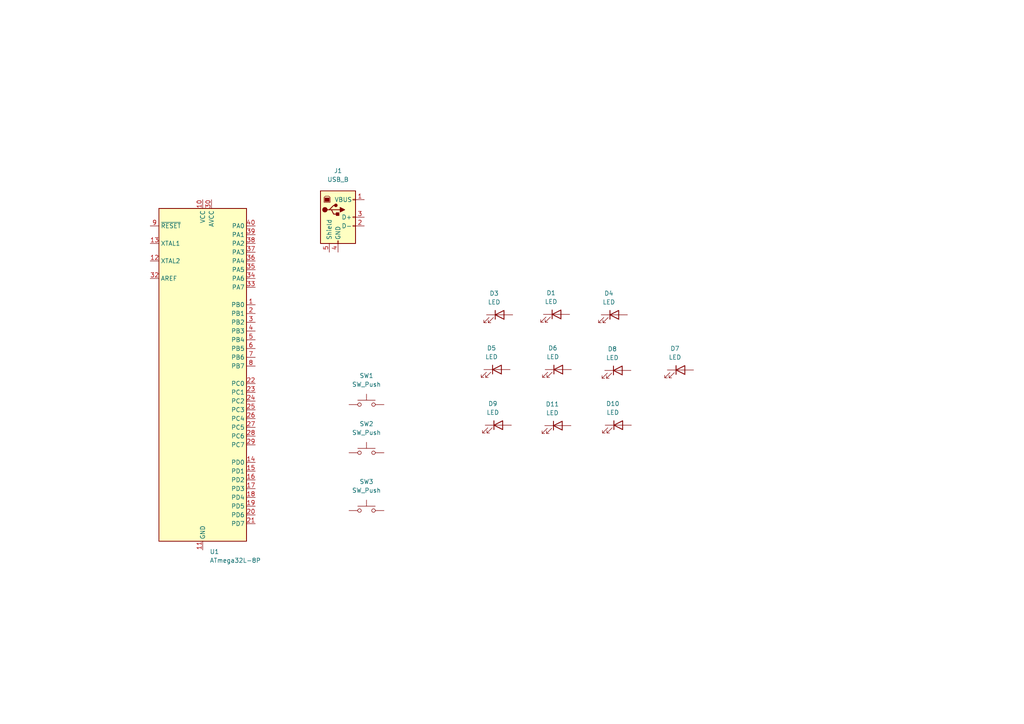
<source format=kicad_sch>
(kicad_sch (version 20211123) (generator eeschema)
  (paper "A4")
  (lib_symbols
    (symbol "Connector:USB_B" (pin_names (offset 1.016))
      (property "Reference" "J" (at -5.08 11.43 0))
      (property "Value" "USB_B" (at -5.08 8.89 0))
      (symbol "USB_B_0_1"
        (rectangle (start -5.08 -7.62) (end 5.08 7.62) (stroke (width 0.254)) (fill (type background)))
        (circle (center -3.81 2.159) (radius 0.635) (stroke (width 0.254)) (fill (type outline)))
        (rectangle (start -3.81 5.588) (end -2.54 4.572) (fill (type outline)))
        (circle (center -0.635 3.429) (radius 0.381) (stroke (width 0.254)) (fill (type outline)))
        (rectangle (start -0.127 -7.62) (end 0.127 -6.858))
        (polyline (pts (xy -1.905 2.159) (xy 0.635 2.159)) (stroke (width 0.254)))
        (polyline (pts (xy -3.175 2.159) (xy -2.54 2.159) (xy -1.27 3.429) (xy -0.635 3.429)) (stroke (width 0.254)))
        (polyline (pts (xy -2.54 2.159) (xy -1.905 2.159) (xy -1.27 0.889) (xy 0 0.889)) (stroke (width 0.254)))
        (polyline (pts (xy 0.635 2.794) (xy 0.635 1.524) (xy 1.905 2.159) (xy 0.635 2.794)) (stroke (width 0.254)) (fill (type outline)))
        (polyline (pts (xy -4.064 4.318) (xy -2.286 4.318) (xy -2.286 5.715) (xy -2.667 6.096) (xy -3.683 6.096) (xy -4.064 5.715) (xy -4.064 4.318)))
        (rectangle (start 0.254 1.27) (end -0.508 0.508) (stroke (width 0.254)) (fill (type outline)))
        (rectangle (start 5.08 -2.667) (end 4.318 -2.413))
        (rectangle (start 5.08 -0.127) (end 4.318 0.127))
        (rectangle (start 5.08 4.953) (end 4.318 5.207))
      )
      (symbol "USB_B_1_1"
        (pin power_out line (at 7.62 5.08 180) (length 2.54) (name "VBUS") (number "1"))
        (pin bidirectional line (at 7.62 -2.54 180) (length 2.54) (name "D-") (number "2"))
        (pin bidirectional line (at 7.62 0 180) (length 2.54) (name "D+") (number "3"))
        (pin power_out line (at 0 -10.16 90) (length 2.54) (name "GND") (number "4"))
        (pin passive line (at -2.54 -10.16 90) (length 2.54) (name "Shield") (number "5"))
      )
    )
    (symbol "Device:LED" (pin_numbers hide) (pin_names (offset 1.016) hide)
      (property "Reference" "D" (at 0 2.54 0))
      (property "Value" "LED" (at 0 -2.54 0))
      (symbol "LED_0_1"
        (polyline (pts (xy -1.27 -1.27) (xy -1.27 1.27)) (stroke (width 0.254)))
        (polyline (pts (xy -1.27 0) (xy 1.27 0)))
        (polyline (pts (xy 1.27 -1.27) (xy 1.27 1.27) (xy -1.27 0) (xy 1.27 -1.27)) (stroke (width 0.254)))
        (polyline (pts (xy -3.048 -0.762) (xy -4.572 -2.286) (xy -3.81 -2.286) (xy -4.572 -2.286) (xy -4.572 -1.524)))
        (polyline (pts (xy -1.778 -0.762) (xy -3.302 -2.286) (xy -2.54 -2.286) (xy -3.302 -2.286) (xy -3.302 -1.524)))
      )
      (symbol "LED_1_1"
        (pin passive line (at -3.81 0 0) (length 2.54) (name "K") (number "1"))
        (pin passive line (at 3.81 0 180) (length 2.54) (name "A") (number "2"))
      )
    )
    (symbol "MCU_Microchip_ATmega:ATmega32L-8P"
      (property "Reference" "U" (at -12.7 49.53 0))
      (property "Value" "ATmega32L-8P" (at 2.54 -49.53 0))
      (symbol "ATmega32L-8P_0_1"
        (rectangle (start -12.7 -48.26) (end 12.7 48.26) (stroke (width 0.254)) (fill (type background)))
      )
      (symbol "ATmega32L-8P_1_1"
        (pin bidirectional line (at 15.24 20.32 180) (length 2.54) (name "PB0") (number "1"))
        (pin power_in line (at 0 50.8 270) (length 2.54) (name "VCC") (number "10"))
        (pin power_in line (at 0 -50.8 90) (length 2.54) (name "GND") (number "11"))
        (pin output line (at -15.24 33.02 0) (length 2.54) (name "XTAL2") (number "12"))
        (pin input line (at -15.24 38.1 0) (length 2.54) (name "XTAL1") (number "13"))
        (pin bidirectional line (at 15.24 -25.4 180) (length 2.54) (name "PD0") (number "14"))
        (pin bidirectional line (at 15.24 -27.94 180) (length 2.54) (name "PD1") (number "15"))
        (pin bidirectional line (at 15.24 -30.48 180) (length 2.54) (name "PD2") (number "16"))
        (pin bidirectional line (at 15.24 -33.02 180) (length 2.54) (name "PD3") (number "17"))
        (pin bidirectional line (at 15.24 -35.56 180) (length 2.54) (name "PD4") (number "18"))
        (pin bidirectional line (at 15.24 -38.1 180) (length 2.54) (name "PD5") (number "19"))
        (pin bidirectional line (at 15.24 17.78 180) (length 2.54) (name "PB1") (number "2"))
        (pin bidirectional line (at 15.24 -40.64 180) (length 2.54) (name "PD6") (number "20"))
        (pin bidirectional line (at 15.24 -43.18 180) (length 2.54) (name "PD7") (number "21"))
        (pin bidirectional line (at 15.24 -2.54 180) (length 2.54) (name "PC0") (number "22"))
        (pin bidirectional line (at 15.24 -5.08 180) (length 2.54) (name "PC1") (number "23"))
        (pin bidirectional line (at 15.24 -7.62 180) (length 2.54) (name "PC2") (number "24"))
        (pin bidirectional line (at 15.24 -10.16 180) (length 2.54) (name "PC3") (number "25"))
        (pin bidirectional line (at 15.24 -12.7 180) (length 2.54) (name "PC4") (number "26"))
        (pin bidirectional line (at 15.24 -15.24 180) (length 2.54) (name "PC5") (number "27"))
        (pin bidirectional line (at 15.24 -17.78 180) (length 2.54) (name "PC6") (number "28"))
        (pin bidirectional line (at 15.24 -20.32 180) (length 2.54) (name "PC7") (number "29"))
        (pin bidirectional line (at 15.24 15.24 180) (length 2.54) (name "PB2") (number "3"))
        (pin power_in line (at 2.54 50.8 270) (length 2.54) (name "AVCC") (number "30"))
        (pin passive line (at 0 -50.8 90) (length 2.54) hide (name "GND") (number "31"))
        (pin passive line (at -15.24 27.94 0) (length 2.54) (name "AREF") (number "32"))
        (pin bidirectional line (at 15.24 25.4 180) (length 2.54) (name "PA7") (number "33"))
        (pin bidirectional line (at 15.24 27.94 180) (length 2.54) (name "PA6") (number "34"))
        (pin bidirectional line (at 15.24 30.48 180) (length 2.54) (name "PA5") (number "35"))
        (pin bidirectional line (at 15.24 33.02 180) (length 2.54) (name "PA4") (number "36"))
        (pin bidirectional line (at 15.24 35.56 180) (length 2.54) (name "PA3") (number "37"))
        (pin bidirectional line (at 15.24 38.1 180) (length 2.54) (name "PA2") (number "38"))
        (pin bidirectional line (at 15.24 40.64 180) (length 2.54) (name "PA1") (number "39"))
        (pin bidirectional line (at 15.24 12.7 180) (length 2.54) (name "PB3") (number "4"))
        (pin bidirectional line (at 15.24 43.18 180) (length 2.54) (name "PA0") (number "40"))
        (pin bidirectional line (at 15.24 10.16 180) (length 2.54) (name "PB4") (number "5"))
        (pin bidirectional line (at 15.24 7.62 180) (length 2.54) (name "PB5") (number "6"))
        (pin bidirectional line (at 15.24 5.08 180) (length 2.54) (name "PB6") (number "7"))
        (pin bidirectional line (at 15.24 2.54 180) (length 2.54) (name "PB7") (number "8"))
        (pin input line (at -15.24 43.18 0) (length 2.54) (name "~{RESET}") (number "9"))
      )
    )
    (symbol "Switch:SW_Push" (pin_numbers hide) (pin_names (offset 1.016) hide)
      (property "Reference" "SW" (at 1.27 2.54 0))
      (property "Value" "SW_Push" (at 0 -1.524 0))
      (symbol "SW_Push_0_1"
        (circle (center -2.032 0) (radius 0.508))
        (polyline (pts (xy 0 1.27) (xy 0 3.048)))
        (polyline (pts (xy 2.54 1.27) (xy -2.54 1.27)))
        (circle (center 2.032 0) (radius 0.508))
        (pin passive line (at -5.08 0 0) (length 2.54) (name "1") (number "1"))
        (pin passive line (at 5.08 0 180) (length 2.54) (name "2") (number "2"))
      )
    )
  )
  (symbol (lib_id "MCU_Microchip_ATmega:ATmega32L-8P") (at 58.801 108.712 0) (unit 1)
    (property "Reference" "U1" (at 60.8204 160.02 0) (effects (justify left)))
    (property "Value" "ATmega32L-8P" (at 60.8204 162.56 0) (effects (justify left)))
    (property "Footprint" "Package_DIP:DIP-40_W15.24mm" (effects hide))
    (property "Datasheet" "http://ww1.microchip.com/downloads/en/DeviceDoc/doc2503.pdf" (effects hide))
  )
  (symbol (lib_id "Connector:USB_B") (at 98.044 62.992 0) (unit 1)
    (property "Reference" "J1" (at 98.044 49.53 0))
    (property "Value" "USB_B" (at 98.044 52.07 0))
    (property "Footprint" "Connector_USB:USB_B_Lumberg_2411_02_Horizontal" (effects hide))
    (property "Datasheet" " ~" (effects hide))
  )
  (symbol (lib_id "Switch:SW_Push") (at 106.299 131.318 0) (unit 1)
    (property "Reference" "SW2" (at 106.299 122.936 0))
    (property "Value" "SW_Push" (at 106.299 125.476 0))
    (property "Footprint" "Button_Switch_THT:SW_PUSH_6mm" (effects hide))
  )
  (symbol (lib_id "Device:LED") (at 197.358 107.315 0) (unit 1)
    (property "Reference" "D7" (at 195.7705 101.092 0))
    (property "Value" "LED" (at 195.7705 103.632 0))
    (property "Footprint" "LED_THT:LED_D3.0mm_Clear" (effects hide))
  )
  (symbol (lib_id "Device:LED") (at 144.526 123.317 0) (unit 1)
    (property "Reference" "D9" (at 142.9385 117.094 0))
    (property "Value" "LED" (at 142.9385 119.634 0))
    (property "Footprint" "LED_THT:LED_D3.0mm_Clear" (effects hide))
  )
  (symbol (lib_id "Device:LED") (at 161.798 123.444 0) (unit 1)
    (property "Reference" "D11" (at 160.2105 117.221 0))
    (property "Value" "LED" (at 160.2105 119.761 0))
    (property "Footprint" "LED_THT:LED_D3.0mm_Clear" (effects hide))
  )
  (symbol (lib_id "Device:LED") (at 179.197 107.442 0) (unit 1)
    (property "Reference" "D8" (at 177.6095 101.219 0))
    (property "Value" "LED" (at 177.6095 103.759 0))
    (property "Footprint" "LED_THT:LED_D3.0mm_Clear" (effects hide))
  )
  (symbol (lib_id "Device:LED") (at 161.417 91.186 0) (unit 1)
    (property "Reference" "D1" (at 159.8295 84.963 0))
    (property "Value" "LED" (at 159.8295 87.503 0))
    (property "Footprint" "LED_THT:LED_D3.0mm_Clear" (effects hide))
  )
  (symbol (lib_id "Device:LED") (at 144.907 91.313 0) (unit 1)
    (property "Reference" "D3" (at 143.3195 85.09 0))
    (property "Value" "LED" (at 143.3195 87.63 0))
    (property "Footprint" "LED_THT:LED_D3.0mm_Clear" (effects hide))
  )
  (symbol (lib_id "Device:LED") (at 144.145 107.188 0) (unit 1)
    (property "Reference" "D5" (at 142.5575 100.965 0))
    (property "Value" "LED" (at 142.5575 103.505 0))
    (property "Footprint" "LED_THT:LED_D3.0mm_Clear" (effects hide))
  )
  (symbol (lib_id "Switch:SW_Push") (at 106.299 148.082 0) (unit 1)
    (property "Reference" "SW3" (at 106.299 139.7 0))
    (property "Value" "SW_Push" (at 106.299 142.24 0))
    (property "Footprint" "Button_Switch_THT:SW_PUSH_6mm" (effects hide))
  )
  (symbol (lib_id "Device:LED") (at 161.925 107.188 0) (unit 1)
    (property "Reference" "D6" (at 160.3375 100.965 0))
    (property "Value" "LED" (at 160.3375 103.505 0))
    (property "Footprint" "LED_THT:LED_D3.0mm_Clear" (effects hide))
  )
  (symbol (lib_id "Switch:SW_Push") (at 106.299 117.348 0) (unit 1)
    (property "Reference" "SW1" (at 106.299 108.966 0))
    (property "Value" "SW_Push" (at 106.299 111.506 0))
    (property "Footprint" "Button_Switch_THT:SW_PUSH_6mm" (effects hide))
  )
  (symbol (lib_id "Device:LED") (at 178.181 91.313 0) (unit 1)
    (property "Reference" "D4" (at 176.5935 85.09 0))
    (property "Value" "LED" (at 176.5935 87.63 0))
    (property "Footprint" "LED_THT:LED_D3.0mm_Clear" (effects hide))
  )
  (symbol (lib_id "Device:LED") (at 179.324 123.317 0) (unit 1)
    (property "Reference" "D10" (at 177.7365 117.094 0))
    (property "Value" "LED" (at 177.7365 119.634 0))
    (property "Footprint" "LED_THT:LED_D3.0mm_Clear" (effects hide))
  )
)
</source>
